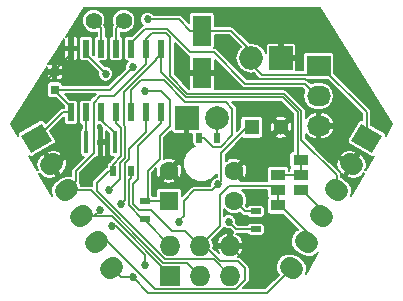
<source format=gtl>
G04 #@! TF.FileFunction,Copper,L1,Top,Signal*
%FSLAX46Y46*%
G04 Gerber Fmt 4.6, Leading zero omitted, Abs format (unit mm)*
G04 Created by KiCad (PCBNEW 4.0.2-stable) date Wednesday, September 07, 2016 'amt' 02:23:24 am*
%MOMM*%
G01*
G04 APERTURE LIST*
%ADD10C,0.100000*%
%ADD11R,1.300000X1.300000*%
%ADD12C,1.300000*%
%ADD13R,0.750000X0.800000*%
%ADD14R,1.600200X2.600960*%
%ADD15R,2.000000X2.000000*%
%ADD16C,2.000000*%
%ADD17R,0.600000X1.500000*%
%ADD18O,1.998980X1.998980*%
%ADD19R,1.998980X1.998980*%
%ADD20R,1.727200X1.727200*%
%ADD21O,1.727200X1.727200*%
%ADD22C,1.397000*%
%ADD23R,0.900000X0.500000*%
%ADD24R,0.500000X0.900000*%
%ADD25R,1.600000X1.600000*%
%ADD26C,1.600000*%
%ADD27R,0.400000X1.900000*%
%ADD28R,1.270000X0.965200*%
%ADD29C,1.727200*%
%ADD30R,2.032000X1.727200*%
%ADD31O,2.032000X1.727200*%
%ADD32C,0.685800*%
%ADD33C,0.152400*%
%ADD34C,0.200000*%
G04 APERTURE END LIST*
D10*
D11*
X161711000Y-118872000D03*
D12*
X164211000Y-118872000D03*
D13*
X145034000Y-115697000D03*
X145034000Y-114197000D03*
D14*
X157480000Y-110698280D03*
X157480000Y-114300000D03*
D15*
X156210000Y-118110000D03*
D16*
X158750000Y-118110000D03*
D17*
X146431000Y-117602000D03*
X147701000Y-117602000D03*
X148971000Y-117602000D03*
X150241000Y-117602000D03*
X151511000Y-117602000D03*
X152781000Y-117602000D03*
X154051000Y-117602000D03*
X154051000Y-112202000D03*
X152781000Y-112202000D03*
X151511000Y-112202000D03*
X150241000Y-112202000D03*
X148971000Y-112202000D03*
X147701000Y-112202000D03*
X146431000Y-112202000D03*
D18*
X161671000Y-113030000D03*
D19*
X164211000Y-113030000D03*
D20*
X154813000Y-131445000D03*
D21*
X154813000Y-128905000D03*
X157353000Y-131445000D03*
X157353000Y-128905000D03*
X159893000Y-131445000D03*
X159893000Y-128905000D03*
D22*
X150876000Y-109855000D03*
X148336000Y-109855000D03*
D23*
X162052000Y-127496000D03*
X162052000Y-125996000D03*
D24*
X151511000Y-122555000D03*
X150011000Y-122555000D03*
X158750000Y-119761000D03*
X157250000Y-119761000D03*
D25*
X154730000Y-125095000D03*
D26*
X154730000Y-122555000D03*
X160230000Y-122555000D03*
X160230000Y-125095000D03*
D27*
X147714000Y-120142000D03*
X148914000Y-120142000D03*
X150114000Y-120142000D03*
D23*
X152654000Y-125107000D03*
X152654000Y-126607000D03*
D28*
X163957000Y-122936000D03*
X163957000Y-124206000D03*
X163957000Y-125476000D03*
D10*
G36*
X143061918Y-121067377D02*
X142198318Y-119571577D01*
X143958082Y-118555577D01*
X144821682Y-120051377D01*
X143061918Y-121067377D01*
X143061918Y-121067377D01*
G37*
D29*
X144648018Y-122087382D02*
X144911982Y-121934982D01*
X145918018Y-124287086D02*
X146181982Y-124134686D01*
X147188018Y-126486791D02*
X147451982Y-126334391D01*
X148458018Y-128686495D02*
X148721982Y-128534095D01*
X149728018Y-130886200D02*
X149991982Y-130733800D01*
D10*
G36*
X170138318Y-120051377D02*
X171001918Y-118555577D01*
X172761682Y-119571577D01*
X171898082Y-121067377D01*
X170138318Y-120051377D01*
X170138318Y-120051377D01*
G37*
D29*
X170048018Y-121934982D02*
X170311982Y-122087382D01*
X168778018Y-124134686D02*
X169041982Y-124287086D01*
X167508018Y-126334391D02*
X167771982Y-126486791D01*
X166238018Y-128534095D02*
X166501982Y-128686495D01*
X164968018Y-130733800D02*
X165231982Y-130886200D01*
D30*
X167386000Y-113665000D03*
D31*
X167386000Y-116205000D03*
X167386000Y-118745000D03*
D28*
X165862000Y-124206000D03*
X165862000Y-122936000D03*
X165862000Y-121666000D03*
D32*
X158877000Y-123698000D03*
X159766000Y-126873000D03*
X155575000Y-126873000D03*
X152908000Y-109728000D03*
X151638000Y-113792000D03*
X162306000Y-129286000D03*
X164211000Y-128016000D03*
X162052000Y-124841000D03*
X162306000Y-131826000D03*
X155321000Y-120396000D03*
X146685000Y-121158000D03*
X145563134Y-119380000D03*
X143383000Y-116713000D03*
X142240000Y-118364000D03*
X147193000Y-114427000D03*
X168783000Y-120269000D03*
X170053000Y-118110000D03*
X172720000Y-118110000D03*
X171450000Y-116205000D03*
X170180000Y-114554000D03*
X169164000Y-112649000D03*
X166116000Y-111125000D03*
X167894000Y-111125000D03*
X167132000Y-109601000D03*
X165354000Y-109601000D03*
X163449000Y-109601000D03*
X161417000Y-109601000D03*
X159512000Y-109601000D03*
X163703000Y-121412000D03*
X162052000Y-121539000D03*
X161417000Y-120142000D03*
X162941000Y-120142000D03*
X164465000Y-120142000D03*
X148209000Y-122555000D03*
X155956000Y-113919000D03*
X150622000Y-125349004D03*
X149860000Y-127254010D03*
X151637988Y-131572000D03*
X152654000Y-130556000D03*
X148844000Y-125857008D03*
X149606006Y-124206000D03*
X149370308Y-114350998D03*
X152654000Y-115824000D03*
D33*
X157480000Y-110698280D02*
X159974280Y-110698280D01*
X159974280Y-110698280D02*
X161671000Y-112395000D01*
X161671000Y-112395000D02*
X161671000Y-113538000D01*
X161671000Y-113538000D02*
X162560000Y-114427000D01*
X162560000Y-114427000D02*
X166624000Y-114427000D01*
X166624000Y-114427000D02*
X167386000Y-113665000D01*
X161711000Y-118451000D02*
X160909000Y-119253000D01*
X161711000Y-118872000D02*
X161290000Y-118872000D01*
X160909000Y-119253000D02*
X159131000Y-121031000D01*
X161290000Y-118872000D02*
X160909000Y-119253000D01*
X159131000Y-123444000D02*
X158877000Y-123698000D01*
X159131000Y-121031000D02*
X159131000Y-123444000D01*
X161711000Y-118364000D02*
X161711000Y-118451000D01*
X155575000Y-126873000D02*
X155575000Y-126746000D01*
X156845000Y-124206000D02*
X158369000Y-124206000D01*
X155575000Y-126746000D02*
X155956000Y-126365000D01*
X155956000Y-126365000D02*
X155956000Y-125095000D01*
X155956000Y-125095000D02*
X156845000Y-124206000D01*
X158369000Y-124206000D02*
X158877000Y-123698000D01*
X162052000Y-127496000D02*
X160389000Y-127496000D01*
X160389000Y-127496000D02*
X159766000Y-126873000D01*
X157480000Y-110698280D02*
X156527500Y-110698280D01*
X156527500Y-110698280D02*
X155557220Y-109728000D01*
X155557220Y-109728000D02*
X152908000Y-109728000D01*
X149733000Y-115697000D02*
X151638000Y-113792000D01*
X145034000Y-115697000D02*
X149733000Y-115697000D01*
X151511000Y-123157400D02*
X151320503Y-123347897D01*
X151320503Y-123347897D02*
X151320503Y-125473503D01*
X151320503Y-125473503D02*
X152454000Y-126607000D01*
X151511000Y-122555000D02*
X151511000Y-123157400D01*
X152454000Y-126607000D02*
X152654000Y-126607000D01*
X154813000Y-128905000D02*
X152654000Y-126746000D01*
X152654000Y-126746000D02*
X152654000Y-126607000D01*
X167386000Y-113665000D02*
X167538400Y-113665000D01*
X167538400Y-113665000D02*
X171450000Y-117576600D01*
X171450000Y-117576600D02*
X171450000Y-119811477D01*
X143510000Y-119811477D02*
X145719477Y-117602000D01*
X145719477Y-117602000D02*
X146431000Y-117602000D01*
X145034000Y-115697000D02*
X145034000Y-115755000D01*
X145034000Y-115755000D02*
X146431000Y-117152000D01*
X146431000Y-117152000D02*
X146431000Y-117602000D01*
X164211000Y-118364000D02*
X164338000Y-118491000D01*
X164338000Y-118491000D02*
X164338000Y-118999000D01*
X164338000Y-118999000D02*
X164846000Y-119507000D01*
X164846000Y-119507000D02*
X164846000Y-119761000D01*
X164846000Y-119761000D02*
X164465000Y-120142000D01*
X164211000Y-128016000D02*
X163576000Y-128016000D01*
X163576000Y-128016000D02*
X162306000Y-129286000D01*
X159893000Y-128905000D02*
X162306000Y-131318000D01*
X162306000Y-131318000D02*
X162306000Y-131826000D01*
X156210000Y-118110000D02*
X156210000Y-119507000D01*
X156210000Y-119507000D02*
X155321000Y-120396000D01*
X145563134Y-120036134D02*
X146685000Y-121158000D01*
X145563134Y-119380000D02*
X145563134Y-120036134D01*
X144780000Y-122011182D02*
X145563134Y-121228048D01*
X145563134Y-121228048D02*
X145563134Y-119380000D01*
X143383000Y-117221000D02*
X143383000Y-116713000D01*
X142240000Y-118364000D02*
X143383000Y-117221000D01*
X143383000Y-115873000D02*
X143383000Y-116713000D01*
X145034000Y-114197000D02*
X145034000Y-114222000D01*
X145034000Y-114222000D02*
X143383000Y-115873000D01*
X145034000Y-114197000D02*
X146963000Y-114197000D01*
X146963000Y-114197000D02*
X147193000Y-114427000D01*
X170053000Y-118110000D02*
X170053000Y-118999000D01*
X170053000Y-118999000D02*
X168783000Y-120269000D01*
X171450000Y-116205000D02*
X171450000Y-116840000D01*
X171450000Y-116840000D02*
X172720000Y-118110000D01*
X169164000Y-112649000D02*
X169164000Y-113538000D01*
X169164000Y-113538000D02*
X170180000Y-114554000D01*
X167894000Y-111125000D02*
X166116000Y-111125000D01*
X165354000Y-109601000D02*
X167132000Y-109601000D01*
X161417000Y-109601000D02*
X163449000Y-109601000D01*
X162568890Y-109601000D02*
X161417000Y-109601000D01*
X161417000Y-109601000D02*
X159512000Y-109601000D01*
X164211000Y-112395000D02*
X164211000Y-111243110D01*
X164211000Y-111243110D02*
X162568890Y-109601000D01*
X162052000Y-121539000D02*
X163576000Y-121539000D01*
X163576000Y-121539000D02*
X163703000Y-121412000D01*
X162941000Y-120142000D02*
X161417000Y-120142000D01*
X148914000Y-121850000D02*
X148209000Y-122555000D01*
X148914000Y-120142000D02*
X148914000Y-121850000D01*
X155956000Y-113919000D02*
X156337000Y-114300000D01*
X156337000Y-114300000D02*
X157480000Y-114300000D01*
X146431000Y-112202000D02*
X146431000Y-112652000D01*
X146431000Y-112652000D02*
X145034000Y-114049000D01*
X145034000Y-114049000D02*
X145034000Y-114197000D01*
X158750000Y-118110000D02*
X158750000Y-119761000D01*
X147701000Y-117602000D02*
X147701000Y-120129000D01*
X147701000Y-120129000D02*
X147714000Y-120142000D01*
X148971000Y-117602000D02*
X148971000Y-118249000D01*
X148971000Y-118249000D02*
X150114000Y-119392000D01*
X150114000Y-119392000D02*
X150114000Y-120142000D01*
X158414400Y-120523000D02*
X157652400Y-119761000D01*
X157652400Y-119761000D02*
X157250000Y-119761000D01*
X159120934Y-120523000D02*
X158414400Y-120523000D01*
X160096189Y-117297189D02*
X160096189Y-119547745D01*
X159512000Y-116713000D02*
X160096189Y-117297189D01*
X152379679Y-114871499D02*
X154268366Y-114871499D01*
X151511000Y-117602000D02*
X151511000Y-115740178D01*
X160096189Y-119547745D02*
X159120934Y-120523000D01*
X151511000Y-115740178D02*
X152379679Y-114871499D01*
X156109867Y-116713000D02*
X159512000Y-116713000D01*
X154268366Y-114871499D02*
X156109867Y-116713000D01*
X150964899Y-125006105D02*
X150622000Y-125349004D01*
X150964899Y-121931234D02*
X150964899Y-125006105D01*
X151303022Y-121593112D02*
X150964899Y-121931234D01*
X151303022Y-120730978D02*
X151303022Y-121593112D01*
X152781000Y-119253000D02*
X151303022Y-120730978D01*
X152781000Y-117602000D02*
X152781000Y-119253000D01*
X152958799Y-132892811D02*
X151637988Y-131572000D01*
X165100000Y-130810000D02*
X163017189Y-132892811D01*
X163017189Y-132892811D02*
X152958799Y-132892811D01*
X152654000Y-130556000D02*
X152654000Y-129667000D01*
X152654000Y-129667000D02*
X150241000Y-127254000D01*
X150241000Y-127254000D02*
X150114000Y-127254000D01*
X150114000Y-127254000D02*
X150113990Y-127254010D01*
X150113990Y-127254010D02*
X149860000Y-127254010D01*
X150622000Y-131572000D02*
X151637988Y-131572000D01*
X149860000Y-130810000D02*
X150622000Y-131572000D01*
X159004000Y-127254000D02*
X157353000Y-128905000D01*
X163830000Y-123825000D02*
X159766000Y-123825000D01*
X163957000Y-123952000D02*
X163830000Y-123825000D01*
X159004000Y-124587000D02*
X159004000Y-127254000D01*
X159766000Y-123825000D02*
X159004000Y-124587000D01*
X163957000Y-124206000D02*
X163957000Y-123952000D01*
X148590000Y-128610295D02*
X149565295Y-128610295D01*
X149565295Y-128610295D02*
X153543000Y-132588000D01*
X153543000Y-132588000D02*
X160401000Y-132588000D01*
X160401000Y-132588000D02*
X161163000Y-131826000D01*
X161163000Y-130810000D02*
X160528000Y-130175000D01*
X161163000Y-131826000D02*
X161163000Y-130810000D01*
X160528000Y-130175000D02*
X159054066Y-130175000D01*
X159054066Y-130175000D02*
X157784066Y-128905000D01*
X157784066Y-128905000D02*
X157353000Y-128905000D01*
X151638000Y-125349000D02*
X151638000Y-123698000D01*
X154051000Y-118504400D02*
X154051000Y-117602000D01*
X152069811Y-120485589D02*
X154051000Y-118504400D01*
X151638000Y-123698000D02*
X152069811Y-123266189D01*
X153162000Y-125857000D02*
X152146000Y-125857000D01*
X152146000Y-125857000D02*
X151638000Y-125349000D01*
X156083000Y-127635000D02*
X154940000Y-127635000D01*
X157353000Y-128905000D02*
X156083000Y-127635000D01*
X154940000Y-127635000D02*
X153162000Y-125857000D01*
X152069811Y-123266189D02*
X152069811Y-120485589D01*
X163957000Y-125476000D02*
X164084000Y-125476000D01*
X164084000Y-125476000D02*
X166370000Y-127762000D01*
X166370000Y-127762000D02*
X166370000Y-128610295D01*
X163957000Y-125476000D02*
X163957000Y-124206000D01*
X150583907Y-123228099D02*
X149606006Y-124206000D01*
X154051000Y-112652000D02*
X153598600Y-113104400D01*
X150583907Y-121881159D02*
X150583907Y-123228099D01*
X150998211Y-121466856D02*
X150583907Y-121881159D01*
X150876000Y-118694933D02*
X150998211Y-118817144D01*
X150998211Y-118817144D02*
X150998211Y-121466856D01*
X153598600Y-113104400D02*
X153598600Y-113151466D01*
X154051000Y-112202000D02*
X154051000Y-112652000D01*
X153598600Y-113151466D02*
X150876000Y-115874066D01*
X150876000Y-115874066D02*
X150876000Y-118694933D01*
X148844000Y-125975506D02*
X148844000Y-125857008D01*
X147320000Y-126410591D02*
X148408915Y-126410591D01*
X148408915Y-126410591D02*
X148844000Y-125975506D01*
X149862415Y-126410591D02*
X154813000Y-131361176D01*
X154813000Y-131361176D02*
X154813000Y-131445000D01*
X147320000Y-126410591D02*
X149862415Y-126410591D01*
X165862000Y-121666000D02*
X165608000Y-121412000D01*
X165608000Y-121412000D02*
X165608000Y-117602000D01*
X165608000Y-117602000D02*
X164338000Y-116332000D01*
X164338000Y-116332000D02*
X156159933Y-116332000D01*
X156159933Y-116332000D02*
X154051000Y-114223067D01*
X154051000Y-114223067D02*
X154051000Y-112202000D01*
X165862000Y-122936000D02*
X165862000Y-121666000D01*
X163957000Y-122936000D02*
X165862000Y-122936000D01*
X152781000Y-111379000D02*
X152781000Y-112202000D01*
X153288999Y-110871001D02*
X152781000Y-111379000D01*
X154432001Y-110871001D02*
X153288999Y-110871001D01*
X154813000Y-111252000D02*
X154432001Y-110871001D01*
X156286189Y-116027189D02*
X154813000Y-114554000D01*
X154813000Y-114554000D02*
X154813000Y-111252000D01*
X164464256Y-116027189D02*
X156286189Y-116027189D01*
X165912811Y-119938811D02*
X165912811Y-117475744D01*
X168910000Y-122936000D02*
X165912811Y-119938811D01*
X168910000Y-124210886D02*
X168910000Y-122936000D01*
X165912811Y-117475744D02*
X164464256Y-116027189D01*
X146050000Y-124210886D02*
X148093777Y-124210886D01*
X148093777Y-124210886D02*
X154235690Y-130352799D01*
X154235690Y-130352799D02*
X156260799Y-130352799D01*
X156260799Y-130352799D02*
X157353000Y-131445000D01*
X150070822Y-116205000D02*
X152781000Y-113494822D01*
X146833134Y-123427752D02*
X146833134Y-122577042D01*
X148336000Y-116775518D02*
X148906518Y-116205000D01*
X146050000Y-124210886D02*
X146833134Y-123427752D01*
X152781000Y-113494822D02*
X152781000Y-112202000D01*
X148906518Y-116205000D02*
X150070822Y-116205000D01*
X148336000Y-121074176D02*
X148336000Y-116775518D01*
X146833134Y-122577042D02*
X148336000Y-121074176D01*
X150241000Y-112202000D02*
X150241000Y-110490000D01*
X150241000Y-110490000D02*
X150876000Y-109855000D01*
X148971000Y-112202000D02*
X148971000Y-110490000D01*
X148971000Y-110490000D02*
X148336000Y-109855000D01*
X147701000Y-112202000D02*
X147701000Y-112652000D01*
X147701000Y-112652000D02*
X149370308Y-114321308D01*
X149370308Y-114321308D02*
X149370308Y-114350998D01*
X152654000Y-125107000D02*
X152908000Y-124853000D01*
X152908000Y-124853000D02*
X152908000Y-122555000D01*
X152908000Y-122555000D02*
X153924000Y-121539000D01*
X153924000Y-121539000D02*
X153924000Y-119634000D01*
X153924000Y-119634000D02*
X154813000Y-118745000D01*
X154813000Y-118745000D02*
X154813000Y-116586000D01*
X154813000Y-116586000D02*
X154051000Y-115824000D01*
X154051000Y-115824000D02*
X152654000Y-115824000D01*
X154730000Y-125095000D02*
X152666000Y-125095000D01*
X152666000Y-125095000D02*
X152654000Y-125107000D01*
X150011000Y-122023000D02*
X150011000Y-122555000D01*
X150241000Y-117602000D02*
X150241000Y-118491000D01*
X150241000Y-118491000D02*
X150693400Y-118943400D01*
X150693400Y-118943400D02*
X150693400Y-121340600D01*
X150693400Y-121340600D02*
X150011000Y-122023000D01*
X150011000Y-122555000D02*
X149606000Y-122555000D01*
X149606000Y-122555000D02*
X148590000Y-123571000D01*
X148590000Y-123571000D02*
X148590000Y-124276042D01*
X148590000Y-124276042D02*
X154361946Y-130047988D01*
X154361946Y-130047988D02*
X158495988Y-130047988D01*
X158495988Y-130047988D02*
X159893000Y-131445000D01*
X160230000Y-125095000D02*
X161131000Y-125996000D01*
X161131000Y-125996000D02*
X162052000Y-125996000D01*
X165862000Y-124206000D02*
X166014400Y-124206000D01*
X166014400Y-124206000D02*
X167640000Y-125831600D01*
X167640000Y-125831600D02*
X167640000Y-126410591D01*
X151511000Y-111752000D02*
X151511000Y-112202000D01*
X156514067Y-112522000D02*
X154558257Y-110566190D01*
X152696810Y-110566190D02*
X151511000Y-111752000D01*
X161163000Y-115189000D02*
X158496000Y-112522000D01*
X166217600Y-115189000D02*
X161163000Y-115189000D01*
X158496000Y-112522000D02*
X156514067Y-112522000D01*
X167233600Y-116205000D02*
X166217600Y-115189000D01*
X154558257Y-110566190D02*
X152696810Y-110566190D01*
X167386000Y-116205000D02*
X167233600Y-116205000D01*
D34*
G36*
X163016123Y-124688600D02*
X163037042Y-124799773D01*
X163063314Y-124840601D01*
X163040222Y-124874397D01*
X163016123Y-124993400D01*
X163016123Y-125958600D01*
X163037042Y-126069773D01*
X163102745Y-126171879D01*
X163202997Y-126240378D01*
X163322000Y-126264477D01*
X164340449Y-126264477D01*
X165618976Y-127543003D01*
X165507336Y-127598058D01*
X165207983Y-127939404D01*
X165062045Y-128369323D01*
X165091739Y-128822365D01*
X165292544Y-129229558D01*
X165633890Y-129528911D01*
X165942510Y-129707093D01*
X166372429Y-129853031D01*
X166825471Y-129823337D01*
X167232665Y-129622532D01*
X167376339Y-129458703D01*
X166338517Y-131255530D01*
X166407955Y-131050972D01*
X166378261Y-130597930D01*
X166177456Y-130190737D01*
X165836111Y-129891384D01*
X165527490Y-129713202D01*
X165097571Y-129567264D01*
X164644529Y-129596958D01*
X164237336Y-129797763D01*
X163937983Y-130139109D01*
X163792045Y-130569028D01*
X163821739Y-131022070D01*
X163998159Y-131379814D01*
X162861361Y-132516611D01*
X161004417Y-132516611D01*
X161429011Y-132092016D01*
X161429014Y-132092014D01*
X161510563Y-131969966D01*
X161510564Y-131969965D01*
X161539201Y-131826000D01*
X161539200Y-131825995D01*
X161539200Y-130810005D01*
X161539201Y-130810000D01*
X161510564Y-130666035D01*
X161433834Y-130551200D01*
X161429014Y-130543986D01*
X161429011Y-130543984D01*
X160794014Y-129908986D01*
X160767670Y-129891384D01*
X160671966Y-129827437D01*
X160648079Y-129822686D01*
X160588504Y-129810835D01*
X160795952Y-129638945D01*
X161008088Y-129237532D01*
X160971379Y-129059000D01*
X160047000Y-129059000D01*
X160047000Y-129079000D01*
X159739000Y-129079000D01*
X159739000Y-129059000D01*
X158814621Y-129059000D01*
X158777912Y-129237532D01*
X158922813Y-129511719D01*
X158487116Y-129076022D01*
X158516600Y-128927796D01*
X158516600Y-128882204D01*
X158454990Y-128572468D01*
X158777912Y-128572468D01*
X158814621Y-128751000D01*
X159739000Y-128751000D01*
X159739000Y-127827348D01*
X159560470Y-127789927D01*
X159339650Y-127881378D01*
X158990048Y-128171055D01*
X158777912Y-128572468D01*
X158454990Y-128572468D01*
X158428026Y-128436914D01*
X158398020Y-128392007D01*
X159270011Y-127520016D01*
X159270014Y-127520014D01*
X159334951Y-127422828D01*
X159351564Y-127397965D01*
X159356562Y-127372839D01*
X159401351Y-127417706D01*
X159637558Y-127515788D01*
X159876969Y-127515997D01*
X160122986Y-127762014D01*
X160179272Y-127799623D01*
X160047000Y-127827348D01*
X160047000Y-128751000D01*
X160971379Y-128751000D01*
X161008088Y-128572468D01*
X160795952Y-128171055D01*
X160446350Y-127881378D01*
X160424189Y-127872200D01*
X161326712Y-127872200D01*
X161382745Y-127959279D01*
X161482997Y-128027778D01*
X161602000Y-128051877D01*
X162502000Y-128051877D01*
X162613173Y-128030958D01*
X162715279Y-127965255D01*
X162783778Y-127865003D01*
X162807877Y-127746000D01*
X162807877Y-127246000D01*
X162786958Y-127134827D01*
X162721255Y-127032721D01*
X162621003Y-126964222D01*
X162502000Y-126940123D01*
X161602000Y-126940123D01*
X161490827Y-126961042D01*
X161388721Y-127026745D01*
X161325139Y-127119800D01*
X160544828Y-127119800D01*
X160408803Y-126983775D01*
X160409011Y-126745680D01*
X160311342Y-126509302D01*
X160130649Y-126328294D01*
X159894442Y-126230212D01*
X159638680Y-126229989D01*
X159402302Y-126327658D01*
X159380200Y-126349722D01*
X159380200Y-125800709D01*
X159606087Y-126026991D01*
X160010237Y-126194808D01*
X160447844Y-126195190D01*
X160695736Y-126092763D01*
X160864984Y-126262011D01*
X160864986Y-126262014D01*
X160987034Y-126343563D01*
X161131000Y-126372200D01*
X161326712Y-126372200D01*
X161382745Y-126459279D01*
X161482997Y-126527778D01*
X161602000Y-126551877D01*
X162502000Y-126551877D01*
X162613173Y-126530958D01*
X162715279Y-126465255D01*
X162783778Y-126365003D01*
X162807877Y-126246000D01*
X162807877Y-125746000D01*
X162786958Y-125634827D01*
X162721255Y-125532721D01*
X162621003Y-125464222D01*
X162502000Y-125440123D01*
X161602000Y-125440123D01*
X161490827Y-125461042D01*
X161388721Y-125526745D01*
X161325139Y-125619800D01*
X161286827Y-125619800D01*
X161227698Y-125560671D01*
X161329808Y-125314763D01*
X161330190Y-124877156D01*
X161163078Y-124472714D01*
X160892037Y-124201200D01*
X163016123Y-124201200D01*
X163016123Y-124688600D01*
X163016123Y-124688600D01*
G37*
X163016123Y-124688600D02*
X163037042Y-124799773D01*
X163063314Y-124840601D01*
X163040222Y-124874397D01*
X163016123Y-124993400D01*
X163016123Y-125958600D01*
X163037042Y-126069773D01*
X163102745Y-126171879D01*
X163202997Y-126240378D01*
X163322000Y-126264477D01*
X164340449Y-126264477D01*
X165618976Y-127543003D01*
X165507336Y-127598058D01*
X165207983Y-127939404D01*
X165062045Y-128369323D01*
X165091739Y-128822365D01*
X165292544Y-129229558D01*
X165633890Y-129528911D01*
X165942510Y-129707093D01*
X166372429Y-129853031D01*
X166825471Y-129823337D01*
X167232665Y-129622532D01*
X167376339Y-129458703D01*
X166338517Y-131255530D01*
X166407955Y-131050972D01*
X166378261Y-130597930D01*
X166177456Y-130190737D01*
X165836111Y-129891384D01*
X165527490Y-129713202D01*
X165097571Y-129567264D01*
X164644529Y-129596958D01*
X164237336Y-129797763D01*
X163937983Y-130139109D01*
X163792045Y-130569028D01*
X163821739Y-131022070D01*
X163998159Y-131379814D01*
X162861361Y-132516611D01*
X161004417Y-132516611D01*
X161429011Y-132092016D01*
X161429014Y-132092014D01*
X161510563Y-131969966D01*
X161510564Y-131969965D01*
X161539201Y-131826000D01*
X161539200Y-131825995D01*
X161539200Y-130810005D01*
X161539201Y-130810000D01*
X161510564Y-130666035D01*
X161433834Y-130551200D01*
X161429014Y-130543986D01*
X161429011Y-130543984D01*
X160794014Y-129908986D01*
X160767670Y-129891384D01*
X160671966Y-129827437D01*
X160648079Y-129822686D01*
X160588504Y-129810835D01*
X160795952Y-129638945D01*
X161008088Y-129237532D01*
X160971379Y-129059000D01*
X160047000Y-129059000D01*
X160047000Y-129079000D01*
X159739000Y-129079000D01*
X159739000Y-129059000D01*
X158814621Y-129059000D01*
X158777912Y-129237532D01*
X158922813Y-129511719D01*
X158487116Y-129076022D01*
X158516600Y-128927796D01*
X158516600Y-128882204D01*
X158454990Y-128572468D01*
X158777912Y-128572468D01*
X158814621Y-128751000D01*
X159739000Y-128751000D01*
X159739000Y-127827348D01*
X159560470Y-127789927D01*
X159339650Y-127881378D01*
X158990048Y-128171055D01*
X158777912Y-128572468D01*
X158454990Y-128572468D01*
X158428026Y-128436914D01*
X158398020Y-128392007D01*
X159270011Y-127520016D01*
X159270014Y-127520014D01*
X159334951Y-127422828D01*
X159351564Y-127397965D01*
X159356562Y-127372839D01*
X159401351Y-127417706D01*
X159637558Y-127515788D01*
X159876969Y-127515997D01*
X160122986Y-127762014D01*
X160179272Y-127799623D01*
X160047000Y-127827348D01*
X160047000Y-128751000D01*
X160971379Y-128751000D01*
X161008088Y-128572468D01*
X160795952Y-128171055D01*
X160446350Y-127881378D01*
X160424189Y-127872200D01*
X161326712Y-127872200D01*
X161382745Y-127959279D01*
X161482997Y-128027778D01*
X161602000Y-128051877D01*
X162502000Y-128051877D01*
X162613173Y-128030958D01*
X162715279Y-127965255D01*
X162783778Y-127865003D01*
X162807877Y-127746000D01*
X162807877Y-127246000D01*
X162786958Y-127134827D01*
X162721255Y-127032721D01*
X162621003Y-126964222D01*
X162502000Y-126940123D01*
X161602000Y-126940123D01*
X161490827Y-126961042D01*
X161388721Y-127026745D01*
X161325139Y-127119800D01*
X160544828Y-127119800D01*
X160408803Y-126983775D01*
X160409011Y-126745680D01*
X160311342Y-126509302D01*
X160130649Y-126328294D01*
X159894442Y-126230212D01*
X159638680Y-126229989D01*
X159402302Y-126327658D01*
X159380200Y-126349722D01*
X159380200Y-125800709D01*
X159606087Y-126026991D01*
X160010237Y-126194808D01*
X160447844Y-126195190D01*
X160695736Y-126092763D01*
X160864984Y-126262011D01*
X160864986Y-126262014D01*
X160987034Y-126343563D01*
X161131000Y-126372200D01*
X161326712Y-126372200D01*
X161382745Y-126459279D01*
X161482997Y-126527778D01*
X161602000Y-126551877D01*
X162502000Y-126551877D01*
X162613173Y-126530958D01*
X162715279Y-126465255D01*
X162783778Y-126365003D01*
X162807877Y-126246000D01*
X162807877Y-125746000D01*
X162786958Y-125634827D01*
X162721255Y-125532721D01*
X162621003Y-125464222D01*
X162502000Y-125440123D01*
X161602000Y-125440123D01*
X161490827Y-125461042D01*
X161388721Y-125526745D01*
X161325139Y-125619800D01*
X161286827Y-125619800D01*
X161227698Y-125560671D01*
X161329808Y-125314763D01*
X161330190Y-124877156D01*
X161163078Y-124472714D01*
X160892037Y-124201200D01*
X163016123Y-124201200D01*
X163016123Y-124688600D01*
G36*
X156364000Y-117956000D02*
X156384000Y-117956000D01*
X156384000Y-118264000D01*
X156364000Y-118264000D01*
X156364000Y-119335000D01*
X156439000Y-119410000D01*
X156694123Y-119410000D01*
X156694123Y-120211000D01*
X156715042Y-120322173D01*
X156780745Y-120424279D01*
X156880997Y-120492778D01*
X156885257Y-120493641D01*
X156603143Y-120610208D01*
X156166740Y-121045849D01*
X155930270Y-121615333D01*
X155929732Y-122231961D01*
X156165208Y-122801857D01*
X156600849Y-123238260D01*
X157170333Y-123474730D01*
X157786961Y-123475268D01*
X158356857Y-123239792D01*
X158754800Y-122842544D01*
X158754800Y-123054993D01*
X158749680Y-123054989D01*
X158513302Y-123152658D01*
X158332294Y-123333351D01*
X158234212Y-123569558D01*
X158234003Y-123808969D01*
X158213172Y-123829800D01*
X156845005Y-123829800D01*
X156845000Y-123829799D01*
X156701035Y-123858436D01*
X156660536Y-123885497D01*
X156578986Y-123939986D01*
X156578984Y-123939989D01*
X155835877Y-124683095D01*
X155835877Y-124295000D01*
X155814958Y-124183827D01*
X155749255Y-124081721D01*
X155649003Y-124013222D01*
X155530000Y-123989123D01*
X153930000Y-123989123D01*
X153818827Y-124010042D01*
X153716721Y-124075745D01*
X153648222Y-124175997D01*
X153624123Y-124295000D01*
X153624123Y-124718800D01*
X153371567Y-124718800D01*
X153323255Y-124643721D01*
X153284200Y-124617036D01*
X153284200Y-123395861D01*
X154106928Y-123395861D01*
X154201602Y-123544278D01*
X154620403Y-123671183D01*
X155055891Y-123628160D01*
X155258398Y-123544278D01*
X155353072Y-123395861D01*
X154730000Y-122772789D01*
X154106928Y-123395861D01*
X153284200Y-123395861D01*
X153284200Y-122710828D01*
X153641725Y-122353303D01*
X153613817Y-122445403D01*
X153656840Y-122880891D01*
X153740722Y-123083398D01*
X153889139Y-123178072D01*
X154512211Y-122555000D01*
X154947789Y-122555000D01*
X155570861Y-123178072D01*
X155719278Y-123083398D01*
X155846183Y-122664597D01*
X155803160Y-122229109D01*
X155719278Y-122026602D01*
X155570861Y-121931928D01*
X154947789Y-122555000D01*
X154512211Y-122555000D01*
X154498069Y-122540858D01*
X154715858Y-122323069D01*
X154730000Y-122337211D01*
X155353072Y-121714139D01*
X155258398Y-121565722D01*
X154839597Y-121438817D01*
X154404109Y-121481840D01*
X154300200Y-121524881D01*
X154300200Y-119789828D01*
X154913032Y-119176995D01*
X154955672Y-119279937D01*
X155040064Y-119364328D01*
X155150327Y-119410000D01*
X155981000Y-119410000D01*
X156056000Y-119335000D01*
X156056000Y-118264000D01*
X156036000Y-118264000D01*
X156036000Y-117956000D01*
X156056000Y-117956000D01*
X156056000Y-117936000D01*
X156364000Y-117936000D01*
X156364000Y-117956000D01*
X156364000Y-117956000D01*
G37*
X156364000Y-117956000D02*
X156384000Y-117956000D01*
X156384000Y-118264000D01*
X156364000Y-118264000D01*
X156364000Y-119335000D01*
X156439000Y-119410000D01*
X156694123Y-119410000D01*
X156694123Y-120211000D01*
X156715042Y-120322173D01*
X156780745Y-120424279D01*
X156880997Y-120492778D01*
X156885257Y-120493641D01*
X156603143Y-120610208D01*
X156166740Y-121045849D01*
X155930270Y-121615333D01*
X155929732Y-122231961D01*
X156165208Y-122801857D01*
X156600849Y-123238260D01*
X157170333Y-123474730D01*
X157786961Y-123475268D01*
X158356857Y-123239792D01*
X158754800Y-122842544D01*
X158754800Y-123054993D01*
X158749680Y-123054989D01*
X158513302Y-123152658D01*
X158332294Y-123333351D01*
X158234212Y-123569558D01*
X158234003Y-123808969D01*
X158213172Y-123829800D01*
X156845005Y-123829800D01*
X156845000Y-123829799D01*
X156701035Y-123858436D01*
X156660536Y-123885497D01*
X156578986Y-123939986D01*
X156578984Y-123939989D01*
X155835877Y-124683095D01*
X155835877Y-124295000D01*
X155814958Y-124183827D01*
X155749255Y-124081721D01*
X155649003Y-124013222D01*
X155530000Y-123989123D01*
X153930000Y-123989123D01*
X153818827Y-124010042D01*
X153716721Y-124075745D01*
X153648222Y-124175997D01*
X153624123Y-124295000D01*
X153624123Y-124718800D01*
X153371567Y-124718800D01*
X153323255Y-124643721D01*
X153284200Y-124617036D01*
X153284200Y-123395861D01*
X154106928Y-123395861D01*
X154201602Y-123544278D01*
X154620403Y-123671183D01*
X155055891Y-123628160D01*
X155258398Y-123544278D01*
X155353072Y-123395861D01*
X154730000Y-122772789D01*
X154106928Y-123395861D01*
X153284200Y-123395861D01*
X153284200Y-122710828D01*
X153641725Y-122353303D01*
X153613817Y-122445403D01*
X153656840Y-122880891D01*
X153740722Y-123083398D01*
X153889139Y-123178072D01*
X154512211Y-122555000D01*
X154947789Y-122555000D01*
X155570861Y-123178072D01*
X155719278Y-123083398D01*
X155846183Y-122664597D01*
X155803160Y-122229109D01*
X155719278Y-122026602D01*
X155570861Y-121931928D01*
X154947789Y-122555000D01*
X154512211Y-122555000D01*
X154498069Y-122540858D01*
X154715858Y-122323069D01*
X154730000Y-122337211D01*
X155353072Y-121714139D01*
X155258398Y-121565722D01*
X154839597Y-121438817D01*
X154404109Y-121481840D01*
X154300200Y-121524881D01*
X154300200Y-119789828D01*
X154913032Y-119176995D01*
X154955672Y-119279937D01*
X155040064Y-119364328D01*
X155150327Y-119410000D01*
X155981000Y-119410000D01*
X156056000Y-119335000D01*
X156056000Y-118264000D01*
X156036000Y-118264000D01*
X156036000Y-117956000D01*
X156056000Y-117956000D01*
X156056000Y-117936000D01*
X156364000Y-117936000D01*
X156364000Y-117956000D01*
G36*
X160803652Y-112059680D02*
X160726663Y-112111122D01*
X160444969Y-112532707D01*
X160346051Y-113030000D01*
X160444969Y-113527293D01*
X160726663Y-113948878D01*
X161148248Y-114230572D01*
X161645541Y-114329490D01*
X161696459Y-114329490D01*
X161891639Y-114290666D01*
X162293984Y-114693011D01*
X162293986Y-114693014D01*
X162375536Y-114747503D01*
X162416035Y-114774564D01*
X162560000Y-114803201D01*
X162560005Y-114803200D01*
X166240492Y-114803200D01*
X166250997Y-114810378D01*
X166370000Y-114834477D01*
X168175849Y-114834477D01*
X171073800Y-117732427D01*
X171073800Y-118262225D01*
X171048118Y-118253209D01*
X170926840Y-118259057D01*
X170817392Y-118311628D01*
X170737021Y-118402639D01*
X169873421Y-119898439D01*
X169835950Y-120005177D01*
X169841798Y-120126455D01*
X169894369Y-120235902D01*
X169985380Y-120316274D01*
X171745144Y-121332274D01*
X171851882Y-121369745D01*
X171973160Y-121363897D01*
X172081977Y-121311629D01*
X171380353Y-122526380D01*
X171322257Y-122492838D01*
X171443929Y-122356939D01*
X171469270Y-121967354D01*
X171335244Y-121533616D01*
X171045436Y-121184184D01*
X170857615Y-121145519D01*
X170390368Y-121954814D01*
X170407688Y-121964814D01*
X170253688Y-122231550D01*
X170236368Y-122221550D01*
X169769121Y-123030845D01*
X169896517Y-123174171D01*
X170344038Y-123250436D01*
X170786679Y-123149637D01*
X171111399Y-122932898D01*
X171168255Y-122759578D01*
X171226304Y-122793093D01*
X170146297Y-124662955D01*
X170217955Y-124451858D01*
X170188261Y-123998816D01*
X169987456Y-123591623D01*
X169646111Y-123292270D01*
X169337490Y-123114088D01*
X169286200Y-123096677D01*
X169286200Y-122936000D01*
X169257563Y-122792034D01*
X169179930Y-122675847D01*
X169314564Y-122838180D01*
X169502385Y-122876845D01*
X169969632Y-122067550D01*
X169037744Y-121529524D01*
X168916071Y-121665425D01*
X168890730Y-122055010D01*
X169024756Y-122488748D01*
X169170481Y-122664454D01*
X167768816Y-121262788D01*
X169191744Y-121262788D01*
X170123632Y-121800814D01*
X170590879Y-120991519D01*
X170463483Y-120848193D01*
X170015962Y-120771928D01*
X169573321Y-120872727D01*
X169248601Y-121089466D01*
X169191744Y-121262788D01*
X167768816Y-121262788D01*
X166289011Y-119782983D01*
X166289011Y-119422807D01*
X166291373Y-119427591D01*
X166624312Y-119736206D01*
X167050009Y-119893919D01*
X167232000Y-119833494D01*
X167232000Y-118899000D01*
X167540000Y-118899000D01*
X167540000Y-119833494D01*
X167721991Y-119893919D01*
X168147688Y-119736206D01*
X168480627Y-119427591D01*
X168653473Y-119077530D01*
X168616052Y-118899000D01*
X167540000Y-118899000D01*
X167232000Y-118899000D01*
X167212000Y-118899000D01*
X167212000Y-118591000D01*
X167232000Y-118591000D01*
X167232000Y-117656506D01*
X167540000Y-117656506D01*
X167540000Y-118591000D01*
X168616052Y-118591000D01*
X168653473Y-118412470D01*
X168480627Y-118062409D01*
X168147688Y-117753794D01*
X167721991Y-117596081D01*
X167540000Y-117656506D01*
X167232000Y-117656506D01*
X167050009Y-117596081D01*
X166624312Y-117753794D01*
X166291373Y-118062409D01*
X166289011Y-118067193D01*
X166289011Y-117475749D01*
X166289012Y-117475744D01*
X166260374Y-117331779D01*
X166260374Y-117331778D01*
X166178825Y-117209730D01*
X166178822Y-117209728D01*
X164730270Y-115761175D01*
X164633745Y-115696680D01*
X164608222Y-115679626D01*
X164584335Y-115674875D01*
X164464256Y-115650988D01*
X164464251Y-115650989D01*
X158580100Y-115650989D01*
X158580100Y-114529000D01*
X158505100Y-114454000D01*
X157634000Y-114454000D01*
X157634000Y-114474000D01*
X157326000Y-114474000D01*
X157326000Y-114454000D01*
X156454900Y-114454000D01*
X156379900Y-114529000D01*
X156379900Y-115588873D01*
X155189200Y-114398172D01*
X155189200Y-111729161D01*
X156248053Y-112788014D01*
X156370101Y-112869563D01*
X156393988Y-112874314D01*
X156406050Y-112876714D01*
X156379900Y-112939846D01*
X156379900Y-114071000D01*
X156454900Y-114146000D01*
X157326000Y-114146000D01*
X157326000Y-114126000D01*
X157634000Y-114126000D01*
X157634000Y-114146000D01*
X158505100Y-114146000D01*
X158580100Y-114071000D01*
X158580100Y-113138128D01*
X160896984Y-115455011D01*
X160896986Y-115455014D01*
X160961119Y-115497866D01*
X161019035Y-115536564D01*
X161163000Y-115565201D01*
X161163005Y-115565200D01*
X166061772Y-115565200D01*
X166182255Y-115685683D01*
X166132792Y-115759710D01*
X166044218Y-116205000D01*
X166132792Y-116650290D01*
X166385029Y-117027789D01*
X166762528Y-117280026D01*
X167207818Y-117368600D01*
X167564182Y-117368600D01*
X168009472Y-117280026D01*
X168386971Y-117027789D01*
X168639208Y-116650290D01*
X168727782Y-116205000D01*
X168639208Y-115759710D01*
X168386971Y-115382211D01*
X168009472Y-115129974D01*
X167564182Y-115041400D01*
X167207818Y-115041400D01*
X166762528Y-115129974D01*
X166719412Y-115158784D01*
X166483614Y-114922986D01*
X166451552Y-114901563D01*
X166361566Y-114841437D01*
X166337679Y-114836686D01*
X166217600Y-114812799D01*
X166217595Y-114812800D01*
X161318827Y-114812800D01*
X158762014Y-112255986D01*
X158754603Y-112251034D01*
X158639966Y-112174437D01*
X158616079Y-112169686D01*
X158537131Y-112153981D01*
X158561878Y-112117763D01*
X158585977Y-111998760D01*
X158585977Y-111074480D01*
X159818452Y-111074480D01*
X160803652Y-112059680D01*
X160803652Y-112059680D01*
G37*
X160803652Y-112059680D02*
X160726663Y-112111122D01*
X160444969Y-112532707D01*
X160346051Y-113030000D01*
X160444969Y-113527293D01*
X160726663Y-113948878D01*
X161148248Y-114230572D01*
X161645541Y-114329490D01*
X161696459Y-114329490D01*
X161891639Y-114290666D01*
X162293984Y-114693011D01*
X162293986Y-114693014D01*
X162375536Y-114747503D01*
X162416035Y-114774564D01*
X162560000Y-114803201D01*
X162560005Y-114803200D01*
X166240492Y-114803200D01*
X166250997Y-114810378D01*
X166370000Y-114834477D01*
X168175849Y-114834477D01*
X171073800Y-117732427D01*
X171073800Y-118262225D01*
X171048118Y-118253209D01*
X170926840Y-118259057D01*
X170817392Y-118311628D01*
X170737021Y-118402639D01*
X169873421Y-119898439D01*
X169835950Y-120005177D01*
X169841798Y-120126455D01*
X169894369Y-120235902D01*
X169985380Y-120316274D01*
X171745144Y-121332274D01*
X171851882Y-121369745D01*
X171973160Y-121363897D01*
X172081977Y-121311629D01*
X171380353Y-122526380D01*
X171322257Y-122492838D01*
X171443929Y-122356939D01*
X171469270Y-121967354D01*
X171335244Y-121533616D01*
X171045436Y-121184184D01*
X170857615Y-121145519D01*
X170390368Y-121954814D01*
X170407688Y-121964814D01*
X170253688Y-122231550D01*
X170236368Y-122221550D01*
X169769121Y-123030845D01*
X169896517Y-123174171D01*
X170344038Y-123250436D01*
X170786679Y-123149637D01*
X171111399Y-122932898D01*
X171168255Y-122759578D01*
X171226304Y-122793093D01*
X170146297Y-124662955D01*
X170217955Y-124451858D01*
X170188261Y-123998816D01*
X169987456Y-123591623D01*
X169646111Y-123292270D01*
X169337490Y-123114088D01*
X169286200Y-123096677D01*
X169286200Y-122936000D01*
X169257563Y-122792034D01*
X169179930Y-122675847D01*
X169314564Y-122838180D01*
X169502385Y-122876845D01*
X169969632Y-122067550D01*
X169037744Y-121529524D01*
X168916071Y-121665425D01*
X168890730Y-122055010D01*
X169024756Y-122488748D01*
X169170481Y-122664454D01*
X167768816Y-121262788D01*
X169191744Y-121262788D01*
X170123632Y-121800814D01*
X170590879Y-120991519D01*
X170463483Y-120848193D01*
X170015962Y-120771928D01*
X169573321Y-120872727D01*
X169248601Y-121089466D01*
X169191744Y-121262788D01*
X167768816Y-121262788D01*
X166289011Y-119782983D01*
X166289011Y-119422807D01*
X166291373Y-119427591D01*
X166624312Y-119736206D01*
X167050009Y-119893919D01*
X167232000Y-119833494D01*
X167232000Y-118899000D01*
X167540000Y-118899000D01*
X167540000Y-119833494D01*
X167721991Y-119893919D01*
X168147688Y-119736206D01*
X168480627Y-119427591D01*
X168653473Y-119077530D01*
X168616052Y-118899000D01*
X167540000Y-118899000D01*
X167232000Y-118899000D01*
X167212000Y-118899000D01*
X167212000Y-118591000D01*
X167232000Y-118591000D01*
X167232000Y-117656506D01*
X167540000Y-117656506D01*
X167540000Y-118591000D01*
X168616052Y-118591000D01*
X168653473Y-118412470D01*
X168480627Y-118062409D01*
X168147688Y-117753794D01*
X167721991Y-117596081D01*
X167540000Y-117656506D01*
X167232000Y-117656506D01*
X167050009Y-117596081D01*
X166624312Y-117753794D01*
X166291373Y-118062409D01*
X166289011Y-118067193D01*
X166289011Y-117475749D01*
X166289012Y-117475744D01*
X166260374Y-117331779D01*
X166260374Y-117331778D01*
X166178825Y-117209730D01*
X166178822Y-117209728D01*
X164730270Y-115761175D01*
X164633745Y-115696680D01*
X164608222Y-115679626D01*
X164584335Y-115674875D01*
X164464256Y-115650988D01*
X164464251Y-115650989D01*
X158580100Y-115650989D01*
X158580100Y-114529000D01*
X158505100Y-114454000D01*
X157634000Y-114454000D01*
X157634000Y-114474000D01*
X157326000Y-114474000D01*
X157326000Y-114454000D01*
X156454900Y-114454000D01*
X156379900Y-114529000D01*
X156379900Y-115588873D01*
X155189200Y-114398172D01*
X155189200Y-111729161D01*
X156248053Y-112788014D01*
X156370101Y-112869563D01*
X156393988Y-112874314D01*
X156406050Y-112876714D01*
X156379900Y-112939846D01*
X156379900Y-114071000D01*
X156454900Y-114146000D01*
X157326000Y-114146000D01*
X157326000Y-114126000D01*
X157634000Y-114126000D01*
X157634000Y-114146000D01*
X158505100Y-114146000D01*
X158580100Y-114071000D01*
X158580100Y-113138128D01*
X160896984Y-115455011D01*
X160896986Y-115455014D01*
X160961119Y-115497866D01*
X161019035Y-115536564D01*
X161163000Y-115565201D01*
X161163005Y-115565200D01*
X166061772Y-115565200D01*
X166182255Y-115685683D01*
X166132792Y-115759710D01*
X166044218Y-116205000D01*
X166132792Y-116650290D01*
X166385029Y-117027789D01*
X166762528Y-117280026D01*
X167207818Y-117368600D01*
X167564182Y-117368600D01*
X168009472Y-117280026D01*
X168386971Y-117027789D01*
X168639208Y-116650290D01*
X168727782Y-116205000D01*
X168639208Y-115759710D01*
X168386971Y-115382211D01*
X168009472Y-115129974D01*
X167564182Y-115041400D01*
X167207818Y-115041400D01*
X166762528Y-115129974D01*
X166719412Y-115158784D01*
X166483614Y-114922986D01*
X166451552Y-114901563D01*
X166361566Y-114841437D01*
X166337679Y-114836686D01*
X166217600Y-114812799D01*
X166217595Y-114812800D01*
X161318827Y-114812800D01*
X158762014Y-112255986D01*
X158754603Y-112251034D01*
X158639966Y-112174437D01*
X158616079Y-112169686D01*
X158537131Y-112153981D01*
X158561878Y-112117763D01*
X158585977Y-111998760D01*
X158585977Y-111074480D01*
X159818452Y-111074480D01*
X160803652Y-112059680D01*
G36*
X148069986Y-116509504D02*
X148040212Y-116554064D01*
X148001000Y-116546123D01*
X147401000Y-116546123D01*
X147289827Y-116567042D01*
X147187721Y-116632745D01*
X147119222Y-116732997D01*
X147095123Y-116852000D01*
X147095123Y-118352000D01*
X147116042Y-118463173D01*
X147181745Y-118565279D01*
X147281997Y-118633778D01*
X147324800Y-118642446D01*
X147324800Y-118957251D01*
X147300721Y-118972745D01*
X147232222Y-119072997D01*
X147208123Y-119192000D01*
X147208123Y-121092000D01*
X147229042Y-121203173D01*
X147294745Y-121305279D01*
X147394997Y-121373778D01*
X147485952Y-121392197D01*
X146567120Y-122311028D01*
X146485571Y-122433076D01*
X146485571Y-122433077D01*
X146456933Y-122577042D01*
X146456934Y-122577047D01*
X146456934Y-122994663D01*
X146052429Y-122968150D01*
X145622510Y-123114088D01*
X145313890Y-123292270D01*
X144972544Y-123591623D01*
X144771739Y-123998816D01*
X144742045Y-124451858D01*
X144813702Y-124662955D01*
X143733696Y-122793093D01*
X143791745Y-122759578D01*
X143848601Y-122932898D01*
X144173321Y-123149637D01*
X144615962Y-123250436D01*
X145063483Y-123174171D01*
X145190879Y-123030845D01*
X144723632Y-122221550D01*
X144706312Y-122231550D01*
X144611627Y-122067550D01*
X144990368Y-122067550D01*
X145457615Y-122876845D01*
X145645436Y-122838180D01*
X145935244Y-122488748D01*
X146069270Y-122055010D01*
X146043929Y-121665425D01*
X145922256Y-121529524D01*
X144990368Y-122067550D01*
X144611627Y-122067550D01*
X144552312Y-121964814D01*
X144569632Y-121954814D01*
X144102385Y-121145519D01*
X143914564Y-121184184D01*
X143624756Y-121533616D01*
X143490730Y-121967354D01*
X143516071Y-122356939D01*
X143637743Y-122492838D01*
X143579646Y-122526380D01*
X142876596Y-121309158D01*
X142978677Y-121361710D01*
X143099747Y-121370906D01*
X143214856Y-121332274D01*
X143805061Y-120991519D01*
X144369121Y-120991519D01*
X144836368Y-121800814D01*
X145768256Y-121262788D01*
X145711399Y-121089466D01*
X145386679Y-120872727D01*
X144944038Y-120771928D01*
X144496517Y-120848193D01*
X144369121Y-120991519D01*
X143805061Y-120991519D01*
X144974620Y-120316274D01*
X145060440Y-120242572D01*
X145116015Y-120134618D01*
X145125211Y-120013548D01*
X145086579Y-119898439D01*
X144672417Y-119181088D01*
X145825123Y-118028381D01*
X145825123Y-118352000D01*
X145846042Y-118463173D01*
X145911745Y-118565279D01*
X146011997Y-118633778D01*
X146131000Y-118657877D01*
X146731000Y-118657877D01*
X146842173Y-118636958D01*
X146944279Y-118571255D01*
X147012778Y-118471003D01*
X147036877Y-118352000D01*
X147036877Y-116852000D01*
X147015958Y-116740827D01*
X146950255Y-116638721D01*
X146850003Y-116570222D01*
X146731000Y-116546123D01*
X146357150Y-116546123D01*
X145884228Y-116073200D01*
X148506291Y-116073200D01*
X148069986Y-116509504D01*
X148069986Y-116509504D01*
G37*
X148069986Y-116509504D02*
X148040212Y-116554064D01*
X148001000Y-116546123D01*
X147401000Y-116546123D01*
X147289827Y-116567042D01*
X147187721Y-116632745D01*
X147119222Y-116732997D01*
X147095123Y-116852000D01*
X147095123Y-118352000D01*
X147116042Y-118463173D01*
X147181745Y-118565279D01*
X147281997Y-118633778D01*
X147324800Y-118642446D01*
X147324800Y-118957251D01*
X147300721Y-118972745D01*
X147232222Y-119072997D01*
X147208123Y-119192000D01*
X147208123Y-121092000D01*
X147229042Y-121203173D01*
X147294745Y-121305279D01*
X147394997Y-121373778D01*
X147485952Y-121392197D01*
X146567120Y-122311028D01*
X146485571Y-122433076D01*
X146485571Y-122433077D01*
X146456933Y-122577042D01*
X146456934Y-122577047D01*
X146456934Y-122994663D01*
X146052429Y-122968150D01*
X145622510Y-123114088D01*
X145313890Y-123292270D01*
X144972544Y-123591623D01*
X144771739Y-123998816D01*
X144742045Y-124451858D01*
X144813702Y-124662955D01*
X143733696Y-122793093D01*
X143791745Y-122759578D01*
X143848601Y-122932898D01*
X144173321Y-123149637D01*
X144615962Y-123250436D01*
X145063483Y-123174171D01*
X145190879Y-123030845D01*
X144723632Y-122221550D01*
X144706312Y-122231550D01*
X144611627Y-122067550D01*
X144990368Y-122067550D01*
X145457615Y-122876845D01*
X145645436Y-122838180D01*
X145935244Y-122488748D01*
X146069270Y-122055010D01*
X146043929Y-121665425D01*
X145922256Y-121529524D01*
X144990368Y-122067550D01*
X144611627Y-122067550D01*
X144552312Y-121964814D01*
X144569632Y-121954814D01*
X144102385Y-121145519D01*
X143914564Y-121184184D01*
X143624756Y-121533616D01*
X143490730Y-121967354D01*
X143516071Y-122356939D01*
X143637743Y-122492838D01*
X143579646Y-122526380D01*
X142876596Y-121309158D01*
X142978677Y-121361710D01*
X143099747Y-121370906D01*
X143214856Y-121332274D01*
X143805061Y-120991519D01*
X144369121Y-120991519D01*
X144836368Y-121800814D01*
X145768256Y-121262788D01*
X145711399Y-121089466D01*
X145386679Y-120872727D01*
X144944038Y-120771928D01*
X144496517Y-120848193D01*
X144369121Y-120991519D01*
X143805061Y-120991519D01*
X144974620Y-120316274D01*
X145060440Y-120242572D01*
X145116015Y-120134618D01*
X145125211Y-120013548D01*
X145086579Y-119898439D01*
X144672417Y-119181088D01*
X145825123Y-118028381D01*
X145825123Y-118352000D01*
X145846042Y-118463173D01*
X145911745Y-118565279D01*
X146011997Y-118633778D01*
X146131000Y-118657877D01*
X146731000Y-118657877D01*
X146842173Y-118636958D01*
X146944279Y-118571255D01*
X147012778Y-118471003D01*
X147036877Y-118352000D01*
X147036877Y-116852000D01*
X147015958Y-116740827D01*
X146950255Y-116638721D01*
X146850003Y-116570222D01*
X146731000Y-116546123D01*
X146357150Y-116546123D01*
X145884228Y-116073200D01*
X148506291Y-116073200D01*
X148069986Y-116509504D01*
G36*
X149085486Y-118895514D02*
X149014000Y-118967000D01*
X149014000Y-119988000D01*
X149339000Y-119988000D01*
X149414000Y-119913000D01*
X149414000Y-119224027D01*
X149608123Y-119418150D01*
X149608123Y-121092000D01*
X149629042Y-121203173D01*
X149694745Y-121305279D01*
X149794997Y-121373778D01*
X149914000Y-121397877D01*
X150104096Y-121397877D01*
X149744986Y-121756986D01*
X149710479Y-121808629D01*
X149649827Y-121820042D01*
X149547721Y-121885745D01*
X149479222Y-121985997D01*
X149455123Y-122105000D01*
X149455123Y-122212054D01*
X149339986Y-122288986D01*
X148323986Y-123304986D01*
X148242437Y-123427034D01*
X148242437Y-123427035D01*
X148213799Y-123571000D01*
X148213800Y-123571005D01*
X148213800Y-123858560D01*
X148213175Y-123858436D01*
X148093777Y-123834685D01*
X148093772Y-123834686D01*
X147312051Y-123834686D01*
X147212017Y-123539994D01*
X147191632Y-123516749D01*
X147209335Y-123427752D01*
X147209334Y-123427747D01*
X147209334Y-122732870D01*
X148580700Y-121361503D01*
X148654326Y-121392000D01*
X148739000Y-121392000D01*
X148814000Y-121317000D01*
X148814000Y-120296000D01*
X149014000Y-120296000D01*
X149014000Y-121317000D01*
X149089000Y-121392000D01*
X149173674Y-121392000D01*
X149283937Y-121346328D01*
X149368328Y-121261936D01*
X149414000Y-121151673D01*
X149414000Y-120371000D01*
X149339000Y-120296000D01*
X149014000Y-120296000D01*
X148814000Y-120296000D01*
X148740000Y-120296000D01*
X148740000Y-119988000D01*
X148814000Y-119988000D01*
X148814000Y-118967000D01*
X148739000Y-118892000D01*
X148712200Y-118892000D01*
X148712200Y-118657877D01*
X148847849Y-118657877D01*
X149085486Y-118895514D01*
X149085486Y-118895514D01*
G37*
X149085486Y-118895514D02*
X149014000Y-118967000D01*
X149014000Y-119988000D01*
X149339000Y-119988000D01*
X149414000Y-119913000D01*
X149414000Y-119224027D01*
X149608123Y-119418150D01*
X149608123Y-121092000D01*
X149629042Y-121203173D01*
X149694745Y-121305279D01*
X149794997Y-121373778D01*
X149914000Y-121397877D01*
X150104096Y-121397877D01*
X149744986Y-121756986D01*
X149710479Y-121808629D01*
X149649827Y-121820042D01*
X149547721Y-121885745D01*
X149479222Y-121985997D01*
X149455123Y-122105000D01*
X149455123Y-122212054D01*
X149339986Y-122288986D01*
X148323986Y-123304986D01*
X148242437Y-123427034D01*
X148242437Y-123427035D01*
X148213799Y-123571000D01*
X148213800Y-123571005D01*
X148213800Y-123858560D01*
X148213175Y-123858436D01*
X148093777Y-123834685D01*
X148093772Y-123834686D01*
X147312051Y-123834686D01*
X147212017Y-123539994D01*
X147191632Y-123516749D01*
X147209335Y-123427752D01*
X147209334Y-123427747D01*
X147209334Y-122732870D01*
X148580700Y-121361503D01*
X148654326Y-121392000D01*
X148739000Y-121392000D01*
X148814000Y-121317000D01*
X148814000Y-120296000D01*
X149014000Y-120296000D01*
X149014000Y-121317000D01*
X149089000Y-121392000D01*
X149173674Y-121392000D01*
X149283937Y-121346328D01*
X149368328Y-121261936D01*
X149414000Y-121151673D01*
X149414000Y-120371000D01*
X149339000Y-120296000D01*
X149014000Y-120296000D01*
X148814000Y-120296000D01*
X148740000Y-120296000D01*
X148740000Y-119988000D01*
X148814000Y-119988000D01*
X148814000Y-118967000D01*
X148739000Y-118892000D01*
X148712200Y-118892000D01*
X148712200Y-118657877D01*
X148847849Y-118657877D01*
X149085486Y-118895514D01*
G36*
X165231800Y-117757827D02*
X165231800Y-120877523D01*
X165227000Y-120877523D01*
X165115827Y-120898442D01*
X165013721Y-120964145D01*
X164945222Y-121064397D01*
X164921123Y-121183400D01*
X164921123Y-122148600D01*
X164942042Y-122259773D01*
X164968314Y-122300601D01*
X164945222Y-122334397D01*
X164921123Y-122453400D01*
X164921123Y-122559800D01*
X164897877Y-122559800D01*
X164897877Y-122453400D01*
X164876958Y-122342227D01*
X164811255Y-122240121D01*
X164711003Y-122171622D01*
X164592000Y-122147523D01*
X163322000Y-122147523D01*
X163210827Y-122168442D01*
X163108721Y-122234145D01*
X163040222Y-122334397D01*
X163016123Y-122453400D01*
X163016123Y-123418600D01*
X163021806Y-123448800D01*
X160819303Y-123448800D01*
X160853072Y-123395861D01*
X160230000Y-122772789D01*
X160215858Y-122786931D01*
X159998069Y-122569142D01*
X160012211Y-122555000D01*
X160447789Y-122555000D01*
X161070861Y-123178072D01*
X161219278Y-123083398D01*
X161346183Y-122664597D01*
X161303160Y-122229109D01*
X161219278Y-122026602D01*
X161070861Y-121931928D01*
X160447789Y-122555000D01*
X160012211Y-122555000D01*
X159998069Y-122540858D01*
X160215858Y-122323069D01*
X160230000Y-122337211D01*
X160853072Y-121714139D01*
X160758398Y-121565722D01*
X160339597Y-121438817D01*
X159904109Y-121481840D01*
X159701602Y-121565722D01*
X159606929Y-121714138D01*
X159547225Y-121654434D01*
X159507200Y-121694459D01*
X159507200Y-121186828D01*
X160911255Y-119782773D01*
X160941997Y-119803778D01*
X161061000Y-119827877D01*
X162361000Y-119827877D01*
X162472173Y-119806958D01*
X162574279Y-119741255D01*
X162642778Y-119641003D01*
X162650409Y-119603320D01*
X163697469Y-119603320D01*
X163773495Y-119736175D01*
X164137503Y-119837820D01*
X164512702Y-119792427D01*
X164648505Y-119736175D01*
X164724531Y-119603320D01*
X164211000Y-119089789D01*
X163697469Y-119603320D01*
X162650409Y-119603320D01*
X162666877Y-119522000D01*
X162666877Y-118798503D01*
X163245180Y-118798503D01*
X163290573Y-119173702D01*
X163346825Y-119309505D01*
X163479680Y-119385531D01*
X163993211Y-118872000D01*
X164428789Y-118872000D01*
X164942320Y-119385531D01*
X165075175Y-119309505D01*
X165176820Y-118945497D01*
X165131427Y-118570298D01*
X165075175Y-118434495D01*
X164942320Y-118358469D01*
X164428789Y-118872000D01*
X163993211Y-118872000D01*
X163479680Y-118358469D01*
X163346825Y-118434495D01*
X163245180Y-118798503D01*
X162666877Y-118798503D01*
X162666877Y-118222000D01*
X162651576Y-118140680D01*
X163697469Y-118140680D01*
X164211000Y-118654211D01*
X164724531Y-118140680D01*
X164648505Y-118007825D01*
X164284497Y-117906180D01*
X163909298Y-117951573D01*
X163773495Y-118007825D01*
X163697469Y-118140680D01*
X162651576Y-118140680D01*
X162645958Y-118110827D01*
X162580255Y-118008721D01*
X162480003Y-117940222D01*
X162361000Y-117916123D01*
X161061000Y-117916123D01*
X160949827Y-117937042D01*
X160847721Y-118002745D01*
X160779222Y-118102997D01*
X160755123Y-118222000D01*
X160755123Y-118874849D01*
X160642986Y-118986986D01*
X160642984Y-118986989D01*
X160472389Y-119157584D01*
X160472389Y-117297194D01*
X160472390Y-117297189D01*
X160443752Y-117153224D01*
X160443752Y-117153223D01*
X160362203Y-117031175D01*
X160039228Y-116708200D01*
X164182172Y-116708200D01*
X165231800Y-117757827D01*
X165231800Y-117757827D01*
G37*
X165231800Y-117757827D02*
X165231800Y-120877523D01*
X165227000Y-120877523D01*
X165115827Y-120898442D01*
X165013721Y-120964145D01*
X164945222Y-121064397D01*
X164921123Y-121183400D01*
X164921123Y-122148600D01*
X164942042Y-122259773D01*
X164968314Y-122300601D01*
X164945222Y-122334397D01*
X164921123Y-122453400D01*
X164921123Y-122559800D01*
X164897877Y-122559800D01*
X164897877Y-122453400D01*
X164876958Y-122342227D01*
X164811255Y-122240121D01*
X164711003Y-122171622D01*
X164592000Y-122147523D01*
X163322000Y-122147523D01*
X163210827Y-122168442D01*
X163108721Y-122234145D01*
X163040222Y-122334397D01*
X163016123Y-122453400D01*
X163016123Y-123418600D01*
X163021806Y-123448800D01*
X160819303Y-123448800D01*
X160853072Y-123395861D01*
X160230000Y-122772789D01*
X160215858Y-122786931D01*
X159998069Y-122569142D01*
X160012211Y-122555000D01*
X160447789Y-122555000D01*
X161070861Y-123178072D01*
X161219278Y-123083398D01*
X161346183Y-122664597D01*
X161303160Y-122229109D01*
X161219278Y-122026602D01*
X161070861Y-121931928D01*
X160447789Y-122555000D01*
X160012211Y-122555000D01*
X159998069Y-122540858D01*
X160215858Y-122323069D01*
X160230000Y-122337211D01*
X160853072Y-121714139D01*
X160758398Y-121565722D01*
X160339597Y-121438817D01*
X159904109Y-121481840D01*
X159701602Y-121565722D01*
X159606929Y-121714138D01*
X159547225Y-121654434D01*
X159507200Y-121694459D01*
X159507200Y-121186828D01*
X160911255Y-119782773D01*
X160941997Y-119803778D01*
X161061000Y-119827877D01*
X162361000Y-119827877D01*
X162472173Y-119806958D01*
X162574279Y-119741255D01*
X162642778Y-119641003D01*
X162650409Y-119603320D01*
X163697469Y-119603320D01*
X163773495Y-119736175D01*
X164137503Y-119837820D01*
X164512702Y-119792427D01*
X164648505Y-119736175D01*
X164724531Y-119603320D01*
X164211000Y-119089789D01*
X163697469Y-119603320D01*
X162650409Y-119603320D01*
X162666877Y-119522000D01*
X162666877Y-118798503D01*
X163245180Y-118798503D01*
X163290573Y-119173702D01*
X163346825Y-119309505D01*
X163479680Y-119385531D01*
X163993211Y-118872000D01*
X164428789Y-118872000D01*
X164942320Y-119385531D01*
X165075175Y-119309505D01*
X165176820Y-118945497D01*
X165131427Y-118570298D01*
X165075175Y-118434495D01*
X164942320Y-118358469D01*
X164428789Y-118872000D01*
X163993211Y-118872000D01*
X163479680Y-118358469D01*
X163346825Y-118434495D01*
X163245180Y-118798503D01*
X162666877Y-118798503D01*
X162666877Y-118222000D01*
X162651576Y-118140680D01*
X163697469Y-118140680D01*
X164211000Y-118654211D01*
X164724531Y-118140680D01*
X164648505Y-118007825D01*
X164284497Y-117906180D01*
X163909298Y-117951573D01*
X163773495Y-118007825D01*
X163697469Y-118140680D01*
X162651576Y-118140680D01*
X162645958Y-118110827D01*
X162580255Y-118008721D01*
X162480003Y-117940222D01*
X162361000Y-117916123D01*
X161061000Y-117916123D01*
X160949827Y-117937042D01*
X160847721Y-118002745D01*
X160779222Y-118102997D01*
X160755123Y-118222000D01*
X160755123Y-118874849D01*
X160642986Y-118986986D01*
X160642984Y-118986989D01*
X160472389Y-119157584D01*
X160472389Y-117297194D01*
X160472390Y-117297189D01*
X160443752Y-117153224D01*
X160443752Y-117153223D01*
X160362203Y-117031175D01*
X160039228Y-116708200D01*
X164182172Y-116708200D01*
X165231800Y-117757827D01*
G36*
X173634201Y-118624196D02*
X173063763Y-119611821D01*
X173058202Y-119496499D01*
X173005631Y-119387052D01*
X172914620Y-119306680D01*
X171826200Y-118678281D01*
X171826200Y-117576605D01*
X171826201Y-117576600D01*
X171797564Y-117432635D01*
X171732986Y-117335987D01*
X171716014Y-117310586D01*
X171716011Y-117310584D01*
X168707877Y-114302449D01*
X168707877Y-112801400D01*
X168686958Y-112690227D01*
X168621255Y-112588121D01*
X168521003Y-112519622D01*
X168402000Y-112495523D01*
X166370000Y-112495523D01*
X166258827Y-112516442D01*
X166156721Y-112582145D01*
X166088222Y-112682397D01*
X166064123Y-112801400D01*
X166064123Y-114050800D01*
X165510490Y-114050800D01*
X165510490Y-113259000D01*
X165435490Y-113184000D01*
X164365000Y-113184000D01*
X164365000Y-113204000D01*
X164057000Y-113204000D01*
X164057000Y-113184000D01*
X164037000Y-113184000D01*
X164037000Y-112876000D01*
X164057000Y-112876000D01*
X164057000Y-111805510D01*
X164365000Y-111805510D01*
X164365000Y-112876000D01*
X165435490Y-112876000D01*
X165510490Y-112801000D01*
X165510490Y-111970837D01*
X165464818Y-111860574D01*
X165380427Y-111776182D01*
X165270164Y-111730510D01*
X164440000Y-111730510D01*
X164365000Y-111805510D01*
X164057000Y-111805510D01*
X163982000Y-111730510D01*
X163151836Y-111730510D01*
X163041573Y-111776182D01*
X162957182Y-111860574D01*
X162911510Y-111970837D01*
X162911510Y-112605498D01*
X162897031Y-112532707D01*
X162615337Y-112111122D01*
X162193752Y-111829428D01*
X161696459Y-111730510D01*
X161645541Y-111730510D01*
X161556290Y-111748263D01*
X160240294Y-110432266D01*
X160148618Y-110371011D01*
X160118246Y-110350717D01*
X160094359Y-110345966D01*
X159974280Y-110322079D01*
X159974275Y-110322080D01*
X158585977Y-110322080D01*
X158585977Y-109397800D01*
X158565058Y-109286627D01*
X158499355Y-109184521D01*
X158399103Y-109116022D01*
X158280100Y-109091923D01*
X156679900Y-109091923D01*
X156568727Y-109112842D01*
X156466621Y-109178545D01*
X156398122Y-109278797D01*
X156374023Y-109397800D01*
X156374023Y-110012776D01*
X155823234Y-109461986D01*
X155701186Y-109380437D01*
X155677299Y-109375686D01*
X155557220Y-109351799D01*
X155557215Y-109351800D01*
X153440862Y-109351800D01*
X153272649Y-109183294D01*
X153036442Y-109085212D01*
X152780680Y-109084989D01*
X152544302Y-109182658D01*
X152363294Y-109363351D01*
X152265212Y-109599558D01*
X152264989Y-109855320D01*
X152362658Y-110091698D01*
X152514765Y-110244070D01*
X152430796Y-110300176D01*
X152430794Y-110300179D01*
X151584849Y-111146123D01*
X151211000Y-111146123D01*
X151099827Y-111167042D01*
X150997721Y-111232745D01*
X150929222Y-111332997D01*
X150905123Y-111452000D01*
X150905123Y-112952000D01*
X150926042Y-113063173D01*
X150991745Y-113165279D01*
X151091997Y-113233778D01*
X151211000Y-113257877D01*
X151263063Y-113257877D01*
X151093294Y-113427351D01*
X150995212Y-113663558D01*
X150995003Y-113902970D01*
X149577172Y-115320800D01*
X145714877Y-115320800D01*
X145714877Y-115297000D01*
X145693958Y-115185827D01*
X145628255Y-115083721D01*
X145528003Y-115015222D01*
X145409000Y-114991123D01*
X144659000Y-114991123D01*
X144547827Y-115012042D01*
X144445721Y-115077745D01*
X144377222Y-115177997D01*
X144353123Y-115297000D01*
X144353123Y-116097000D01*
X144374042Y-116208173D01*
X144439745Y-116310279D01*
X144539997Y-116378778D01*
X144659000Y-116402877D01*
X145149849Y-116402877D01*
X145825123Y-117078150D01*
X145825123Y-117225800D01*
X145719477Y-117225800D01*
X145575511Y-117254437D01*
X145453463Y-117335986D01*
X145453461Y-117335989D01*
X144282945Y-118506504D01*
X144222979Y-118402639D01*
X144149277Y-118316819D01*
X144041323Y-118261244D01*
X143920253Y-118252048D01*
X143805144Y-118290680D01*
X142045380Y-119306680D01*
X141959560Y-119380382D01*
X141903985Y-119488336D01*
X141894795Y-119609324D01*
X141325798Y-118624195D01*
X143949669Y-114426000D01*
X144359000Y-114426000D01*
X144359000Y-114656674D01*
X144404672Y-114766937D01*
X144489064Y-114851328D01*
X144599327Y-114897000D01*
X144805000Y-114897000D01*
X144880000Y-114822000D01*
X144880000Y-114351000D01*
X145188000Y-114351000D01*
X145188000Y-114822000D01*
X145263000Y-114897000D01*
X145468673Y-114897000D01*
X145578936Y-114851328D01*
X145663328Y-114766937D01*
X145709000Y-114656674D01*
X145709000Y-114426000D01*
X145634000Y-114351000D01*
X145188000Y-114351000D01*
X144880000Y-114351000D01*
X144434000Y-114351000D01*
X144359000Y-114426000D01*
X143949669Y-114426000D01*
X144359000Y-113771072D01*
X144359000Y-113968000D01*
X144434000Y-114043000D01*
X144880000Y-114043000D01*
X144880000Y-113572000D01*
X145188000Y-113572000D01*
X145188000Y-114043000D01*
X145634000Y-114043000D01*
X145709000Y-113968000D01*
X145709000Y-113737326D01*
X145663328Y-113627063D01*
X145578936Y-113542672D01*
X145468673Y-113497000D01*
X145263000Y-113497000D01*
X145188000Y-113572000D01*
X144880000Y-113572000D01*
X144805000Y-113497000D01*
X144599327Y-113497000D01*
X144506182Y-113535582D01*
X145196545Y-112431000D01*
X145831000Y-112431000D01*
X145831000Y-113011674D01*
X145876672Y-113121937D01*
X145961064Y-113206328D01*
X146071327Y-113252000D01*
X146206000Y-113252000D01*
X146281000Y-113177000D01*
X146281000Y-112356000D01*
X146581000Y-112356000D01*
X146581000Y-113177000D01*
X146656000Y-113252000D01*
X146790673Y-113252000D01*
X146900936Y-113206328D01*
X146985328Y-113121937D01*
X147031000Y-113011674D01*
X147031000Y-112431000D01*
X146956000Y-112356000D01*
X146581000Y-112356000D01*
X146281000Y-112356000D01*
X145906000Y-112356000D01*
X145831000Y-112431000D01*
X145196545Y-112431000D01*
X145831000Y-111415872D01*
X145831000Y-111973000D01*
X145906000Y-112048000D01*
X146281000Y-112048000D01*
X146281000Y-111227000D01*
X146581000Y-111227000D01*
X146581000Y-112048000D01*
X146956000Y-112048000D01*
X147031000Y-111973000D01*
X147031000Y-111452000D01*
X147095123Y-111452000D01*
X147095123Y-112952000D01*
X147116042Y-113063173D01*
X147181745Y-113165279D01*
X147281997Y-113233778D01*
X147401000Y-113257877D01*
X147774849Y-113257877D01*
X148731043Y-114214071D01*
X148727520Y-114222556D01*
X148727297Y-114478318D01*
X148824966Y-114714696D01*
X149005659Y-114895704D01*
X149241866Y-114993786D01*
X149497628Y-114994009D01*
X149734006Y-114896340D01*
X149915014Y-114715647D01*
X150013096Y-114479440D01*
X150013319Y-114223678D01*
X149915650Y-113987300D01*
X149734957Y-113806292D01*
X149498750Y-113708210D01*
X149289055Y-113708027D01*
X148838905Y-113257877D01*
X149271000Y-113257877D01*
X149382173Y-113236958D01*
X149484279Y-113171255D01*
X149552778Y-113071003D01*
X149576877Y-112952000D01*
X149576877Y-111452000D01*
X149635123Y-111452000D01*
X149635123Y-112952000D01*
X149656042Y-113063173D01*
X149721745Y-113165279D01*
X149821997Y-113233778D01*
X149941000Y-113257877D01*
X150541000Y-113257877D01*
X150652173Y-113236958D01*
X150754279Y-113171255D01*
X150822778Y-113071003D01*
X150846877Y-112952000D01*
X150846877Y-111452000D01*
X150825958Y-111340827D01*
X150760255Y-111238721D01*
X150660003Y-111170222D01*
X150617200Y-111161554D01*
X150617200Y-110828697D01*
X150676515Y-110853327D01*
X151073743Y-110853673D01*
X151440866Y-110701981D01*
X151721994Y-110421343D01*
X151874327Y-110054485D01*
X151874673Y-109657257D01*
X151722981Y-109290134D01*
X151442343Y-109009006D01*
X151075485Y-108856673D01*
X150678257Y-108856327D01*
X150311134Y-109008019D01*
X150030006Y-109288657D01*
X149877673Y-109655515D01*
X149877327Y-110052743D01*
X149958363Y-110248865D01*
X149893437Y-110346034D01*
X149888686Y-110369921D01*
X149864799Y-110490000D01*
X149864800Y-110490005D01*
X149864800Y-111160461D01*
X149829827Y-111167042D01*
X149727721Y-111232745D01*
X149659222Y-111332997D01*
X149635123Y-111452000D01*
X149576877Y-111452000D01*
X149555958Y-111340827D01*
X149490255Y-111238721D01*
X149390003Y-111170222D01*
X149347200Y-111161554D01*
X149347200Y-110490005D01*
X149347201Y-110490000D01*
X149318564Y-110346035D01*
X149269567Y-110272706D01*
X149253623Y-110248843D01*
X149334327Y-110054485D01*
X149334673Y-109657257D01*
X149182981Y-109290134D01*
X148902343Y-109009006D01*
X148535485Y-108856673D01*
X148138257Y-108856327D01*
X147771134Y-109008019D01*
X147490006Y-109288657D01*
X147337673Y-109655515D01*
X147337327Y-110052743D01*
X147489019Y-110419866D01*
X147769657Y-110700994D01*
X148136515Y-110853327D01*
X148533743Y-110853673D01*
X148594800Y-110828445D01*
X148594800Y-111160461D01*
X148559827Y-111167042D01*
X148457721Y-111232745D01*
X148389222Y-111332997D01*
X148365123Y-111452000D01*
X148365123Y-112784095D01*
X148306877Y-112725849D01*
X148306877Y-111452000D01*
X148285958Y-111340827D01*
X148220255Y-111238721D01*
X148120003Y-111170222D01*
X148001000Y-111146123D01*
X147401000Y-111146123D01*
X147289827Y-111167042D01*
X147187721Y-111232745D01*
X147119222Y-111332997D01*
X147095123Y-111452000D01*
X147031000Y-111452000D01*
X147031000Y-111392326D01*
X146985328Y-111282063D01*
X146900936Y-111197672D01*
X146790673Y-111152000D01*
X146656000Y-111152000D01*
X146581000Y-111227000D01*
X146281000Y-111227000D01*
X146206000Y-111152000D01*
X146071327Y-111152000D01*
X145969580Y-111194145D01*
X147489045Y-108763000D01*
X167470955Y-108763000D01*
X173634201Y-118624196D01*
X173634201Y-118624196D01*
G37*
X173634201Y-118624196D02*
X173063763Y-119611821D01*
X173058202Y-119496499D01*
X173005631Y-119387052D01*
X172914620Y-119306680D01*
X171826200Y-118678281D01*
X171826200Y-117576605D01*
X171826201Y-117576600D01*
X171797564Y-117432635D01*
X171732986Y-117335987D01*
X171716014Y-117310586D01*
X171716011Y-117310584D01*
X168707877Y-114302449D01*
X168707877Y-112801400D01*
X168686958Y-112690227D01*
X168621255Y-112588121D01*
X168521003Y-112519622D01*
X168402000Y-112495523D01*
X166370000Y-112495523D01*
X166258827Y-112516442D01*
X166156721Y-112582145D01*
X166088222Y-112682397D01*
X166064123Y-112801400D01*
X166064123Y-114050800D01*
X165510490Y-114050800D01*
X165510490Y-113259000D01*
X165435490Y-113184000D01*
X164365000Y-113184000D01*
X164365000Y-113204000D01*
X164057000Y-113204000D01*
X164057000Y-113184000D01*
X164037000Y-113184000D01*
X164037000Y-112876000D01*
X164057000Y-112876000D01*
X164057000Y-111805510D01*
X164365000Y-111805510D01*
X164365000Y-112876000D01*
X165435490Y-112876000D01*
X165510490Y-112801000D01*
X165510490Y-111970837D01*
X165464818Y-111860574D01*
X165380427Y-111776182D01*
X165270164Y-111730510D01*
X164440000Y-111730510D01*
X164365000Y-111805510D01*
X164057000Y-111805510D01*
X163982000Y-111730510D01*
X163151836Y-111730510D01*
X163041573Y-111776182D01*
X162957182Y-111860574D01*
X162911510Y-111970837D01*
X162911510Y-112605498D01*
X162897031Y-112532707D01*
X162615337Y-112111122D01*
X162193752Y-111829428D01*
X161696459Y-111730510D01*
X161645541Y-111730510D01*
X161556290Y-111748263D01*
X160240294Y-110432266D01*
X160148618Y-110371011D01*
X160118246Y-110350717D01*
X160094359Y-110345966D01*
X159974280Y-110322079D01*
X159974275Y-110322080D01*
X158585977Y-110322080D01*
X158585977Y-109397800D01*
X158565058Y-109286627D01*
X158499355Y-109184521D01*
X158399103Y-109116022D01*
X158280100Y-109091923D01*
X156679900Y-109091923D01*
X156568727Y-109112842D01*
X156466621Y-109178545D01*
X156398122Y-109278797D01*
X156374023Y-109397800D01*
X156374023Y-110012776D01*
X155823234Y-109461986D01*
X155701186Y-109380437D01*
X155677299Y-109375686D01*
X155557220Y-109351799D01*
X155557215Y-109351800D01*
X153440862Y-109351800D01*
X153272649Y-109183294D01*
X153036442Y-109085212D01*
X152780680Y-109084989D01*
X152544302Y-109182658D01*
X152363294Y-109363351D01*
X152265212Y-109599558D01*
X152264989Y-109855320D01*
X152362658Y-110091698D01*
X152514765Y-110244070D01*
X152430796Y-110300176D01*
X152430794Y-110300179D01*
X151584849Y-111146123D01*
X151211000Y-111146123D01*
X151099827Y-111167042D01*
X150997721Y-111232745D01*
X150929222Y-111332997D01*
X150905123Y-111452000D01*
X150905123Y-112952000D01*
X150926042Y-113063173D01*
X150991745Y-113165279D01*
X151091997Y-113233778D01*
X151211000Y-113257877D01*
X151263063Y-113257877D01*
X151093294Y-113427351D01*
X150995212Y-113663558D01*
X150995003Y-113902970D01*
X149577172Y-115320800D01*
X145714877Y-115320800D01*
X145714877Y-115297000D01*
X145693958Y-115185827D01*
X145628255Y-115083721D01*
X145528003Y-115015222D01*
X145409000Y-114991123D01*
X144659000Y-114991123D01*
X144547827Y-115012042D01*
X144445721Y-115077745D01*
X144377222Y-115177997D01*
X144353123Y-115297000D01*
X144353123Y-116097000D01*
X144374042Y-116208173D01*
X144439745Y-116310279D01*
X144539997Y-116378778D01*
X144659000Y-116402877D01*
X145149849Y-116402877D01*
X145825123Y-117078150D01*
X145825123Y-117225800D01*
X145719477Y-117225800D01*
X145575511Y-117254437D01*
X145453463Y-117335986D01*
X145453461Y-117335989D01*
X144282945Y-118506504D01*
X144222979Y-118402639D01*
X144149277Y-118316819D01*
X144041323Y-118261244D01*
X143920253Y-118252048D01*
X143805144Y-118290680D01*
X142045380Y-119306680D01*
X141959560Y-119380382D01*
X141903985Y-119488336D01*
X141894795Y-119609324D01*
X141325798Y-118624195D01*
X143949669Y-114426000D01*
X144359000Y-114426000D01*
X144359000Y-114656674D01*
X144404672Y-114766937D01*
X144489064Y-114851328D01*
X144599327Y-114897000D01*
X144805000Y-114897000D01*
X144880000Y-114822000D01*
X144880000Y-114351000D01*
X145188000Y-114351000D01*
X145188000Y-114822000D01*
X145263000Y-114897000D01*
X145468673Y-114897000D01*
X145578936Y-114851328D01*
X145663328Y-114766937D01*
X145709000Y-114656674D01*
X145709000Y-114426000D01*
X145634000Y-114351000D01*
X145188000Y-114351000D01*
X144880000Y-114351000D01*
X144434000Y-114351000D01*
X144359000Y-114426000D01*
X143949669Y-114426000D01*
X144359000Y-113771072D01*
X144359000Y-113968000D01*
X144434000Y-114043000D01*
X144880000Y-114043000D01*
X144880000Y-113572000D01*
X145188000Y-113572000D01*
X145188000Y-114043000D01*
X145634000Y-114043000D01*
X145709000Y-113968000D01*
X145709000Y-113737326D01*
X145663328Y-113627063D01*
X145578936Y-113542672D01*
X145468673Y-113497000D01*
X145263000Y-113497000D01*
X145188000Y-113572000D01*
X144880000Y-113572000D01*
X144805000Y-113497000D01*
X144599327Y-113497000D01*
X144506182Y-113535582D01*
X145196545Y-112431000D01*
X145831000Y-112431000D01*
X145831000Y-113011674D01*
X145876672Y-113121937D01*
X145961064Y-113206328D01*
X146071327Y-113252000D01*
X146206000Y-113252000D01*
X146281000Y-113177000D01*
X146281000Y-112356000D01*
X146581000Y-112356000D01*
X146581000Y-113177000D01*
X146656000Y-113252000D01*
X146790673Y-113252000D01*
X146900936Y-113206328D01*
X146985328Y-113121937D01*
X147031000Y-113011674D01*
X147031000Y-112431000D01*
X146956000Y-112356000D01*
X146581000Y-112356000D01*
X146281000Y-112356000D01*
X145906000Y-112356000D01*
X145831000Y-112431000D01*
X145196545Y-112431000D01*
X145831000Y-111415872D01*
X145831000Y-111973000D01*
X145906000Y-112048000D01*
X146281000Y-112048000D01*
X146281000Y-111227000D01*
X146581000Y-111227000D01*
X146581000Y-112048000D01*
X146956000Y-112048000D01*
X147031000Y-111973000D01*
X147031000Y-111452000D01*
X147095123Y-111452000D01*
X147095123Y-112952000D01*
X147116042Y-113063173D01*
X147181745Y-113165279D01*
X147281997Y-113233778D01*
X147401000Y-113257877D01*
X147774849Y-113257877D01*
X148731043Y-114214071D01*
X148727520Y-114222556D01*
X148727297Y-114478318D01*
X148824966Y-114714696D01*
X149005659Y-114895704D01*
X149241866Y-114993786D01*
X149497628Y-114994009D01*
X149734006Y-114896340D01*
X149915014Y-114715647D01*
X150013096Y-114479440D01*
X150013319Y-114223678D01*
X149915650Y-113987300D01*
X149734957Y-113806292D01*
X149498750Y-113708210D01*
X149289055Y-113708027D01*
X148838905Y-113257877D01*
X149271000Y-113257877D01*
X149382173Y-113236958D01*
X149484279Y-113171255D01*
X149552778Y-113071003D01*
X149576877Y-112952000D01*
X149576877Y-111452000D01*
X149635123Y-111452000D01*
X149635123Y-112952000D01*
X149656042Y-113063173D01*
X149721745Y-113165279D01*
X149821997Y-113233778D01*
X149941000Y-113257877D01*
X150541000Y-113257877D01*
X150652173Y-113236958D01*
X150754279Y-113171255D01*
X150822778Y-113071003D01*
X150846877Y-112952000D01*
X150846877Y-111452000D01*
X150825958Y-111340827D01*
X150760255Y-111238721D01*
X150660003Y-111170222D01*
X150617200Y-111161554D01*
X150617200Y-110828697D01*
X150676515Y-110853327D01*
X151073743Y-110853673D01*
X151440866Y-110701981D01*
X151721994Y-110421343D01*
X151874327Y-110054485D01*
X151874673Y-109657257D01*
X151722981Y-109290134D01*
X151442343Y-109009006D01*
X151075485Y-108856673D01*
X150678257Y-108856327D01*
X150311134Y-109008019D01*
X150030006Y-109288657D01*
X149877673Y-109655515D01*
X149877327Y-110052743D01*
X149958363Y-110248865D01*
X149893437Y-110346034D01*
X149888686Y-110369921D01*
X149864799Y-110490000D01*
X149864800Y-110490005D01*
X149864800Y-111160461D01*
X149829827Y-111167042D01*
X149727721Y-111232745D01*
X149659222Y-111332997D01*
X149635123Y-111452000D01*
X149576877Y-111452000D01*
X149555958Y-111340827D01*
X149490255Y-111238721D01*
X149390003Y-111170222D01*
X149347200Y-111161554D01*
X149347200Y-110490005D01*
X149347201Y-110490000D01*
X149318564Y-110346035D01*
X149269567Y-110272706D01*
X149253623Y-110248843D01*
X149334327Y-110054485D01*
X149334673Y-109657257D01*
X149182981Y-109290134D01*
X148902343Y-109009006D01*
X148535485Y-108856673D01*
X148138257Y-108856327D01*
X147771134Y-109008019D01*
X147490006Y-109288657D01*
X147337673Y-109655515D01*
X147337327Y-110052743D01*
X147489019Y-110419866D01*
X147769657Y-110700994D01*
X148136515Y-110853327D01*
X148533743Y-110853673D01*
X148594800Y-110828445D01*
X148594800Y-111160461D01*
X148559827Y-111167042D01*
X148457721Y-111232745D01*
X148389222Y-111332997D01*
X148365123Y-111452000D01*
X148365123Y-112784095D01*
X148306877Y-112725849D01*
X148306877Y-111452000D01*
X148285958Y-111340827D01*
X148220255Y-111238721D01*
X148120003Y-111170222D01*
X148001000Y-111146123D01*
X147401000Y-111146123D01*
X147289827Y-111167042D01*
X147187721Y-111232745D01*
X147119222Y-111332997D01*
X147095123Y-111452000D01*
X147031000Y-111452000D01*
X147031000Y-111392326D01*
X146985328Y-111282063D01*
X146900936Y-111197672D01*
X146790673Y-111152000D01*
X146656000Y-111152000D01*
X146581000Y-111227000D01*
X146281000Y-111227000D01*
X146206000Y-111152000D01*
X146071327Y-111152000D01*
X145969580Y-111194145D01*
X147489045Y-108763000D01*
X167470955Y-108763000D01*
X173634201Y-118624196D01*
M02*

</source>
